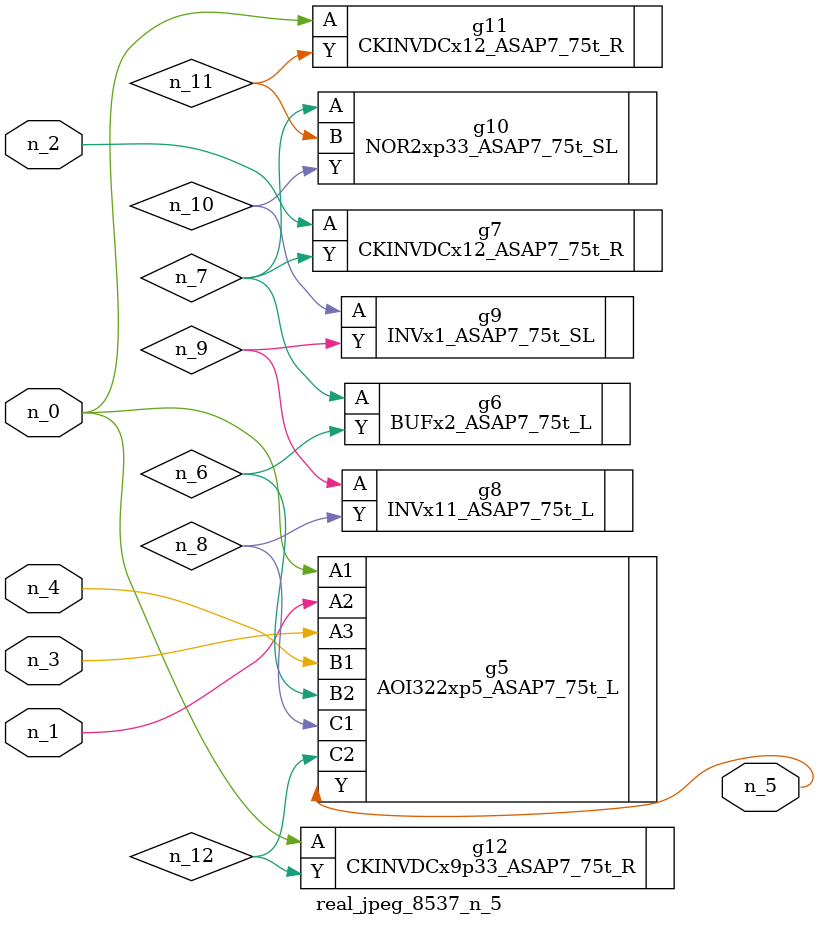
<source format=v>
module real_jpeg_8537_n_5 (n_4, n_0, n_1, n_2, n_3, n_5);

input n_4;
input n_0;
input n_1;
input n_2;
input n_3;

output n_5;

wire n_12;
wire n_8;
wire n_11;
wire n_6;
wire n_7;
wire n_10;
wire n_9;

AOI322xp5_ASAP7_75t_L g5 ( 
.A1(n_0),
.A2(n_1),
.A3(n_3),
.B1(n_4),
.B2(n_6),
.C1(n_8),
.C2(n_12),
.Y(n_5)
);

CKINVDCx12_ASAP7_75t_R g11 ( 
.A(n_0),
.Y(n_11)
);

CKINVDCx9p33_ASAP7_75t_R g12 ( 
.A(n_0),
.Y(n_12)
);

CKINVDCx12_ASAP7_75t_R g7 ( 
.A(n_2),
.Y(n_7)
);

BUFx2_ASAP7_75t_L g6 ( 
.A(n_7),
.Y(n_6)
);

NOR2xp33_ASAP7_75t_SL g10 ( 
.A(n_7),
.B(n_11),
.Y(n_10)
);

INVx11_ASAP7_75t_L g8 ( 
.A(n_9),
.Y(n_8)
);

INVx1_ASAP7_75t_SL g9 ( 
.A(n_10),
.Y(n_9)
);


endmodule
</source>
